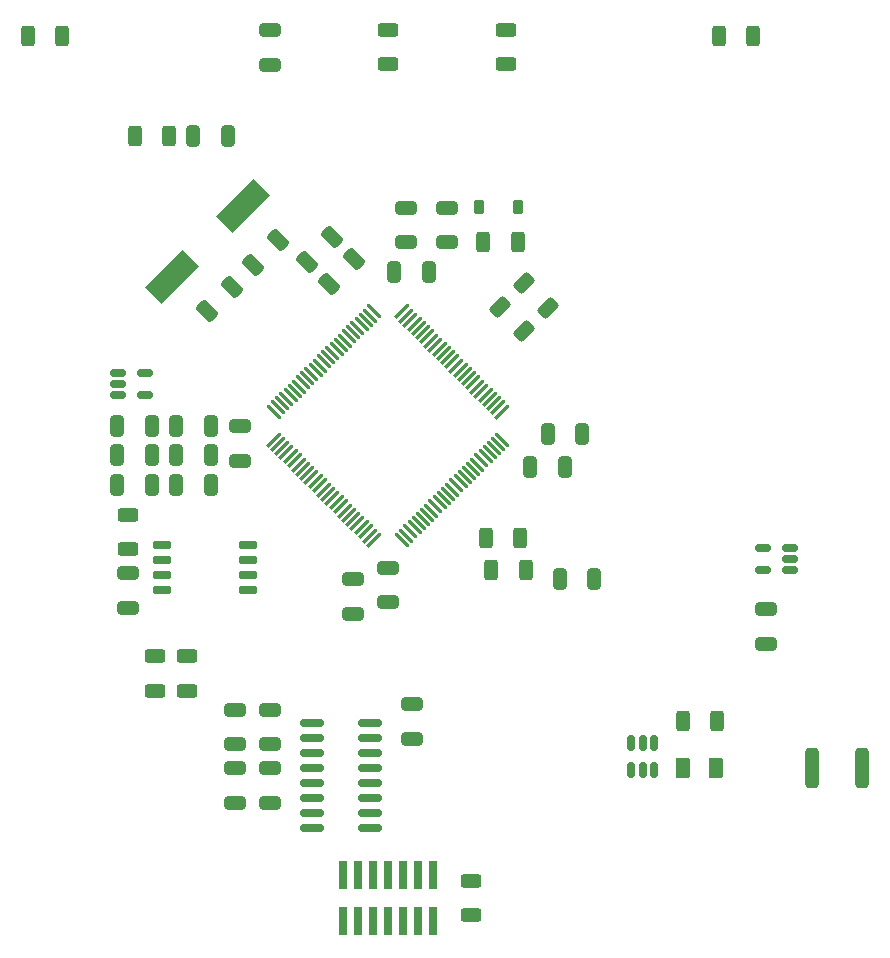
<source format=gtp>
%TF.GenerationSoftware,KiCad,Pcbnew,8.0.5*%
%TF.CreationDate,2025-04-09T01:02:25+01:00*%
%TF.ProjectId,OBC2,4f424332-2e6b-4696-9361-645f70636258,A*%
%TF.SameCoordinates,Original*%
%TF.FileFunction,Paste,Top*%
%TF.FilePolarity,Positive*%
%FSLAX46Y46*%
G04 Gerber Fmt 4.6, Leading zero omitted, Abs format (unit mm)*
G04 Created by KiCad (PCBNEW 8.0.5) date 2025-04-09 01:02:25*
%MOMM*%
%LPD*%
G01*
G04 APERTURE LIST*
G04 Aperture macros list*
%AMRoundRect*
0 Rectangle with rounded corners*
0 $1 Rounding radius*
0 $2 $3 $4 $5 $6 $7 $8 $9 X,Y pos of 4 corners*
0 Add a 4 corners polygon primitive as box body*
4,1,4,$2,$3,$4,$5,$6,$7,$8,$9,$2,$3,0*
0 Add four circle primitives for the rounded corners*
1,1,$1+$1,$2,$3*
1,1,$1+$1,$4,$5*
1,1,$1+$1,$6,$7*
1,1,$1+$1,$8,$9*
0 Add four rect primitives between the rounded corners*
20,1,$1+$1,$2,$3,$4,$5,0*
20,1,$1+$1,$4,$5,$6,$7,0*
20,1,$1+$1,$6,$7,$8,$9,0*
20,1,$1+$1,$8,$9,$2,$3,0*%
%AMRotRect*
0 Rectangle, with rotation*
0 The origin of the aperture is its center*
0 $1 length*
0 $2 width*
0 $3 Rotation angle, in degrees counterclockwise*
0 Add horizontal line*
21,1,$1,$2,0,0,$3*%
G04 Aperture macros list end*
%ADD10RoundRect,0.250000X0.625000X-0.312500X0.625000X0.312500X-0.625000X0.312500X-0.625000X-0.312500X0*%
%ADD11RoundRect,0.150000X-0.512500X-0.150000X0.512500X-0.150000X0.512500X0.150000X-0.512500X0.150000X0*%
%ADD12RoundRect,0.150000X0.512500X0.150000X-0.512500X0.150000X-0.512500X-0.150000X0.512500X-0.150000X0*%
%ADD13RoundRect,0.250000X0.650000X-0.325000X0.650000X0.325000X-0.650000X0.325000X-0.650000X-0.325000X0*%
%ADD14RoundRect,0.250000X-0.312500X-0.625000X0.312500X-0.625000X0.312500X0.625000X-0.312500X0.625000X0*%
%ADD15RoundRect,0.250000X-0.325000X-0.650000X0.325000X-0.650000X0.325000X0.650000X-0.325000X0.650000X0*%
%ADD16RoundRect,0.225000X-0.225000X-0.375000X0.225000X-0.375000X0.225000X0.375000X-0.225000X0.375000X0*%
%ADD17RoundRect,0.250000X0.325000X0.650000X-0.325000X0.650000X-0.325000X-0.650000X0.325000X-0.650000X0*%
%ADD18RoundRect,0.250000X-0.650000X0.325000X-0.650000X-0.325000X0.650000X-0.325000X0.650000X0.325000X0*%
%ADD19RoundRect,0.250000X0.312500X0.625000X-0.312500X0.625000X-0.312500X-0.625000X0.312500X-0.625000X0*%
%ADD20RoundRect,0.250000X-0.625000X0.312500X-0.625000X-0.312500X0.625000X-0.312500X0.625000X0.312500X0*%
%ADD21RoundRect,0.250000X0.229810X-0.689429X0.689429X-0.229810X-0.229810X0.689429X-0.689429X0.229810X0*%
%ADD22RoundRect,0.250000X-0.375000X-0.625000X0.375000X-0.625000X0.375000X0.625000X-0.375000X0.625000X0*%
%ADD23R,0.740000X2.400000*%
%ADD24RotRect,4.500000X2.000000X45.000000*%
%ADD25RoundRect,0.075000X-0.565685X0.459619X0.459619X-0.565685X0.565685X-0.459619X-0.459619X0.565685X0*%
%ADD26RoundRect,0.075000X-0.565685X-0.459619X-0.459619X-0.565685X0.565685X0.459619X0.459619X0.565685X0*%
%ADD27RoundRect,0.250000X-0.229810X0.689429X-0.689429X0.229810X0.229810X-0.689429X0.689429X-0.229810X0*%
%ADD28RoundRect,0.250000X0.662913X0.220971X0.220971X0.662913X-0.662913X-0.220971X-0.220971X-0.662913X0*%
%ADD29RoundRect,0.150000X0.150000X-0.512500X0.150000X0.512500X-0.150000X0.512500X-0.150000X-0.512500X0*%
%ADD30RoundRect,0.250000X-0.312500X-1.450000X0.312500X-1.450000X0.312500X1.450000X-0.312500X1.450000X0*%
%ADD31RoundRect,0.150000X-0.825000X-0.150000X0.825000X-0.150000X0.825000X0.150000X-0.825000X0.150000X0*%
%ADD32RoundRect,0.150000X-0.650000X-0.150000X0.650000X-0.150000X0.650000X0.150000X-0.650000X0.150000X0*%
G04 APERTURE END LIST*
D10*
%TO.C,R14*%
X98000000Y-64425000D03*
X98000000Y-61500000D03*
%TD*%
%TO.C,R13*%
X108000000Y-64425000D03*
X108000000Y-61500000D03*
%TD*%
D11*
%TO.C,IC2*%
X75112500Y-90550000D03*
X75112500Y-91500000D03*
X75112500Y-92450000D03*
X77387500Y-92450000D03*
X77387500Y-90550000D03*
%TD*%
D12*
%TO.C,IC1*%
X132000000Y-107250000D03*
X132000000Y-106300000D03*
X132000000Y-105350000D03*
X129725000Y-105350000D03*
X129725000Y-107250000D03*
%TD*%
D13*
%TO.C,C14*%
X98000000Y-109975000D03*
X98000000Y-107025000D03*
%TD*%
D14*
%TO.C,R3*%
X106750000Y-107250000D03*
X109675000Y-107250000D03*
%TD*%
%TO.C,R8*%
X106250000Y-104500000D03*
X109175000Y-104500000D03*
%TD*%
D15*
%TO.C,C7*%
X80025000Y-95000000D03*
X82975000Y-95000000D03*
%TD*%
D16*
%TO.C,D1*%
X105700000Y-76500000D03*
X109000000Y-76500000D03*
%TD*%
D13*
%TO.C,C29*%
X88000000Y-64450000D03*
X88000000Y-61500000D03*
%TD*%
D17*
%TO.C,C32*%
X115475000Y-108000000D03*
X112525000Y-108000000D03*
%TD*%
D13*
%TO.C,C11*%
X85500000Y-97975000D03*
X85500000Y-95025000D03*
%TD*%
D18*
%TO.C,C4*%
X130000000Y-110525000D03*
X130000000Y-113475000D03*
%TD*%
D17*
%TO.C,C10*%
X114450000Y-95750000D03*
X111500000Y-95750000D03*
%TD*%
D15*
%TO.C,C12*%
X80025000Y-100000000D03*
X82975000Y-100000000D03*
%TD*%
D19*
%TO.C,R2*%
X109000000Y-79500000D03*
X106075000Y-79500000D03*
%TD*%
D17*
%TO.C,C6*%
X77975000Y-97500000D03*
X75025000Y-97500000D03*
%TD*%
D15*
%TO.C,C31*%
X75025000Y-100000000D03*
X77975000Y-100000000D03*
%TD*%
D20*
%TO.C,R12*%
X105000000Y-133537500D03*
X105000000Y-136462500D03*
%TD*%
D21*
%TO.C,C16*%
X82664034Y-85335966D03*
X84750000Y-83250000D03*
%TD*%
%TO.C,C21*%
X93000000Y-83000000D03*
X95085966Y-80914034D03*
%TD*%
D18*
%TO.C,C27*%
X85000000Y-124025000D03*
X85000000Y-126975000D03*
%TD*%
D10*
%TO.C,R7*%
X81000000Y-117462500D03*
X81000000Y-114537500D03*
%TD*%
D22*
%TO.C,F1*%
X123000000Y-124000000D03*
X125800000Y-124000000D03*
%TD*%
D15*
%TO.C,C5*%
X80025000Y-97500000D03*
X82975000Y-97500000D03*
%TD*%
D23*
%TO.C,J5*%
X94190000Y-136950000D03*
X94190000Y-133050000D03*
X95460000Y-136950000D03*
X95460000Y-133050000D03*
X96730000Y-136950000D03*
X96730000Y-133050000D03*
X98000000Y-136950000D03*
X98000000Y-133050000D03*
X99270000Y-136950000D03*
X99270000Y-133050000D03*
X100540000Y-136950000D03*
X100540000Y-133050000D03*
X101810000Y-136950000D03*
X101810000Y-133050000D03*
%TD*%
D18*
%TO.C,C9*%
X103000000Y-76550000D03*
X103000000Y-79500000D03*
%TD*%
D14*
%TO.C,R15*%
X79462500Y-70500000D03*
X76537500Y-70500000D03*
%TD*%
D24*
%TO.C,Y1*%
X79744796Y-82405204D03*
X85755204Y-76394796D03*
%TD*%
D17*
%TO.C,C13*%
X101475000Y-82000000D03*
X98525000Y-82000000D03*
%TD*%
D13*
%TO.C,C26*%
X85000000Y-122000000D03*
X85000000Y-119050000D03*
%TD*%
D17*
%TO.C,C8*%
X77975000Y-95000000D03*
X75025000Y-95000000D03*
%TD*%
D25*
%TO.C,U3*%
X96815596Y-85330315D03*
X96462043Y-85683868D03*
X96108489Y-86037422D03*
X95754936Y-86390975D03*
X95401383Y-86744528D03*
X95047829Y-87098082D03*
X94694276Y-87451635D03*
X94340722Y-87805189D03*
X93987169Y-88158742D03*
X93633616Y-88512295D03*
X93280062Y-88865849D03*
X92926509Y-89219402D03*
X92572955Y-89572955D03*
X92219402Y-89926509D03*
X91865849Y-90280062D03*
X91512295Y-90633616D03*
X91158742Y-90987169D03*
X90805189Y-91340722D03*
X90451635Y-91694276D03*
X90098082Y-92047829D03*
X89744528Y-92401383D03*
X89390975Y-92754936D03*
X89037422Y-93108489D03*
X88683868Y-93462043D03*
X88330315Y-93815596D03*
D26*
X88330315Y-96184404D03*
X88683868Y-96537957D03*
X89037422Y-96891511D03*
X89390975Y-97245064D03*
X89744528Y-97598617D03*
X90098082Y-97952171D03*
X90451635Y-98305724D03*
X90805189Y-98659278D03*
X91158742Y-99012831D03*
X91512295Y-99366384D03*
X91865849Y-99719938D03*
X92219402Y-100073491D03*
X92572955Y-100427045D03*
X92926509Y-100780598D03*
X93280062Y-101134151D03*
X93633616Y-101487705D03*
X93987169Y-101841258D03*
X94340722Y-102194811D03*
X94694276Y-102548365D03*
X95047829Y-102901918D03*
X95401383Y-103255472D03*
X95754936Y-103609025D03*
X96108489Y-103962578D03*
X96462043Y-104316132D03*
X96815596Y-104669685D03*
D25*
X99184404Y-104669685D03*
X99537957Y-104316132D03*
X99891511Y-103962578D03*
X100245064Y-103609025D03*
X100598617Y-103255472D03*
X100952171Y-102901918D03*
X101305724Y-102548365D03*
X101659278Y-102194811D03*
X102012831Y-101841258D03*
X102366384Y-101487705D03*
X102719938Y-101134151D03*
X103073491Y-100780598D03*
X103427045Y-100427045D03*
X103780598Y-100073491D03*
X104134151Y-99719938D03*
X104487705Y-99366384D03*
X104841258Y-99012831D03*
X105194811Y-98659278D03*
X105548365Y-98305724D03*
X105901918Y-97952171D03*
X106255472Y-97598617D03*
X106609025Y-97245064D03*
X106962578Y-96891511D03*
X107316132Y-96537957D03*
X107669685Y-96184404D03*
D26*
X107669685Y-93815596D03*
X107316132Y-93462043D03*
X106962578Y-93108489D03*
X106609025Y-92754936D03*
X106255472Y-92401383D03*
X105901918Y-92047829D03*
X105548365Y-91694276D03*
X105194811Y-91340722D03*
X104841258Y-90987169D03*
X104487705Y-90633616D03*
X104134151Y-90280062D03*
X103780598Y-89926509D03*
X103427045Y-89572955D03*
X103073491Y-89219402D03*
X102719938Y-88865849D03*
X102366384Y-88512295D03*
X102012831Y-88158742D03*
X101659278Y-87805189D03*
X101305724Y-87451635D03*
X100952171Y-87098082D03*
X100598617Y-86744528D03*
X100245064Y-86390975D03*
X99891511Y-86037422D03*
X99537957Y-85683868D03*
X99184404Y-85330315D03*
%TD*%
D17*
%TO.C,C18*%
X112950000Y-98500000D03*
X110000000Y-98500000D03*
%TD*%
D10*
%TO.C,R6*%
X78250000Y-117462500D03*
X78250000Y-114537500D03*
%TD*%
D13*
%TO.C,C17*%
X95000000Y-110975000D03*
X95000000Y-108025000D03*
%TD*%
D21*
%TO.C,C22*%
X91156497Y-81156497D03*
X93242463Y-79070531D03*
%TD*%
D13*
%TO.C,C25*%
X88000000Y-126975000D03*
X88000000Y-124025000D03*
%TD*%
D27*
%TO.C,C15*%
X88685966Y-79314034D03*
X86600000Y-81400000D03*
%TD*%
D28*
%TO.C,R4*%
X109534144Y-87034144D03*
X107465856Y-84965856D03*
%TD*%
D18*
%TO.C,C20*%
X99500000Y-76550000D03*
X99500000Y-79500000D03*
%TD*%
D13*
%TO.C,C23*%
X88000000Y-122000000D03*
X88000000Y-119050000D03*
%TD*%
D29*
%TO.C,U1*%
X118600000Y-121862500D03*
X119550000Y-121862500D03*
X120500000Y-121862500D03*
X120500000Y-124137500D03*
X119550000Y-124137500D03*
X118600000Y-124137500D03*
%TD*%
D14*
%TO.C,R1*%
X122937500Y-120000000D03*
X125862500Y-120000000D03*
%TD*%
D18*
%TO.C,C24*%
X100000000Y-118550000D03*
X100000000Y-121500000D03*
%TD*%
D17*
%TO.C,C30*%
X84475000Y-70500000D03*
X81525000Y-70500000D03*
%TD*%
D19*
%TO.C,R10*%
X70425000Y-62000000D03*
X67500000Y-62000000D03*
%TD*%
D30*
%TO.C,L1*%
X133862500Y-124000000D03*
X138137500Y-124000000D03*
%TD*%
D31*
%TO.C,U4*%
X91525000Y-120190000D03*
X91525000Y-121460000D03*
X91525000Y-122730000D03*
X91525000Y-124000000D03*
X91525000Y-125270000D03*
X91525000Y-126540000D03*
X91525000Y-127810000D03*
X91525000Y-129080000D03*
X96475000Y-129080000D03*
X96475000Y-127810000D03*
X96475000Y-126540000D03*
X96475000Y-125270000D03*
X96475000Y-124000000D03*
X96475000Y-122730000D03*
X96475000Y-121460000D03*
X96475000Y-120190000D03*
%TD*%
D32*
%TO.C,U5*%
X78900000Y-105095000D03*
X78900000Y-106365000D03*
X78900000Y-107635000D03*
X78900000Y-108905000D03*
X86100000Y-108905000D03*
X86100000Y-107635000D03*
X86100000Y-106365000D03*
X86100000Y-105095000D03*
%TD*%
D28*
%TO.C,R5*%
X111534144Y-85034144D03*
X109465856Y-82965856D03*
%TD*%
D19*
%TO.C,R9*%
X128925000Y-62000000D03*
X126000000Y-62000000D03*
%TD*%
D20*
%TO.C,R11*%
X76000000Y-102537500D03*
X76000000Y-105462500D03*
%TD*%
D18*
%TO.C,C28*%
X76000000Y-107525000D03*
X76000000Y-110475000D03*
%TD*%
M02*

</source>
